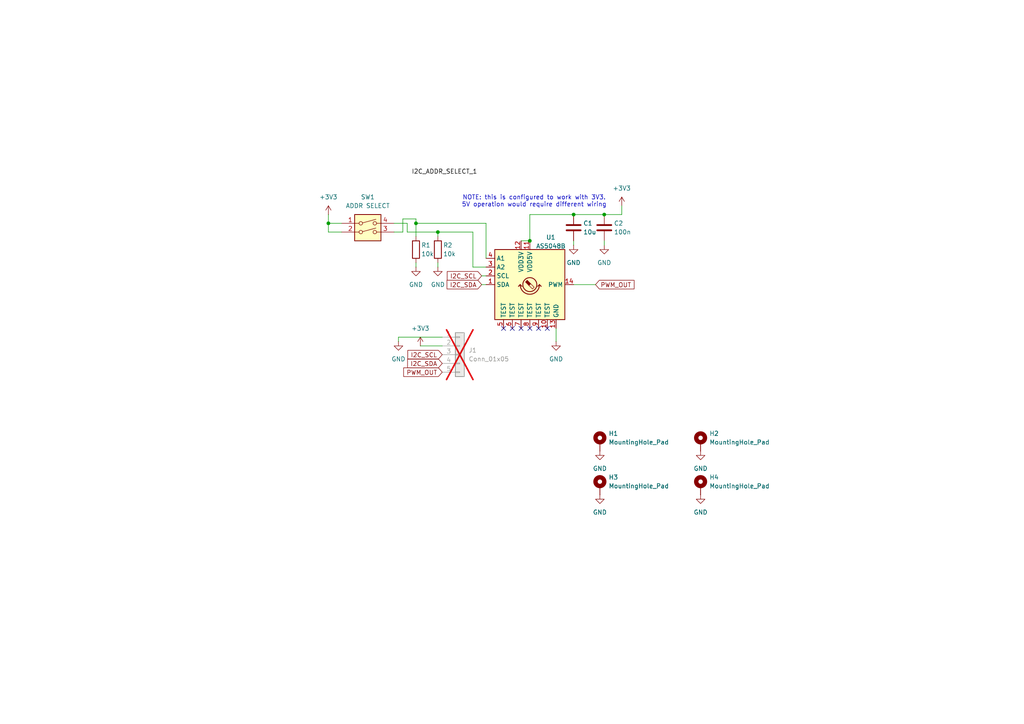
<source format=kicad_sch>
(kicad_sch (version 20250114) (generator "eeschema") (generator_version "9.0")
  (paper "A4")
  (lib_symbols
    (symbol "Connector_Generic:Conn_01x05" (pin_names (offset 1.016) (hide yes))
      (property "Reference" "J" (at 0 7.62 0))
      (property "Value" "Conn_01x05" (at 0 -7.62 0))
      (symbol "Conn_01x05_1_1"
        (rectangle (start -1.27 6.35) (end 1.27 -6.35) (stroke (width 0.254)) (fill (type background)))
        (rectangle (start -1.27 5.207) (end 0 4.953) (stroke (width 0.1524)))
        (rectangle (start -1.27 2.667) (end 0 2.413) (stroke (width 0.1524)))
        (rectangle (start -1.27 0.127) (end 0 -0.127) (stroke (width 0.1524)))
        (rectangle (start -1.27 -2.413) (end 0 -2.667) (stroke (width 0.1524)))
        (rectangle (start -1.27 -4.953) (end 0 -5.207) (stroke (width 0.1524)))
        (pin passive line (at -5.08 5.08 0) (length 3.81) (name "Pin_1") (number "1"))
        (pin passive line (at -5.08 2.54 0) (length 3.81) (name "Pin_2") (number "2"))
        (pin passive line (at -5.08 0 0) (length 3.81) (name "Pin_3") (number "3"))
        (pin passive line (at -5.08 -2.54 0) (length 3.81) (name "Pin_4") (number "4"))
        (pin passive line (at -5.08 -5.08 0) (length 3.81) (name "Pin_5") (number "5"))
      )
    )
    (symbol "Device:C" (pin_numbers (hide yes)) (pin_names (offset 0.254))
      (property "Reference" "C" (at 0.635 2.54 0))
      (property "Value" "C" (at 0.635 -2.54 0))
      (symbol "C_0_1"
        (polyline (pts (xy -2.032 0.762) (xy 2.032 0.762)) (stroke (width 0.508)))
        (polyline (pts (xy -2.032 -0.762) (xy 2.032 -0.762)) (stroke (width 0.508)))
      )
      (symbol "C_1_1"
        (pin passive line (at 0 3.81 270) (length 2.794) (name "~") (number "1"))
        (pin passive line (at 0 -3.81 90) (length 2.794) (name "~") (number "2"))
      )
    )
    (symbol "Device:R" (pin_numbers (hide yes)) (pin_names (offset 0))
      (property "Reference" "R" (at 2.032 0 90))
      (property "Value" "R" (at 0 0 90))
      (symbol "R_0_1"
        (rectangle (start -1.016 -2.54) (end 1.016 2.54) (stroke (width 0.254)))
      )
      (symbol "R_1_1"
        (pin passive line (at 0 3.81 270) (length 1.27) (name "~") (number "1"))
        (pin passive line (at 0 -3.81 90) (length 1.27) (name "~") (number "2"))
      )
    )
    (symbol "Mechanical:MountingHole_Pad" (pin_numbers (hide yes)) (pin_names (offset 1.016) (hide yes)) (in_bom no)
      (property "Reference" "H" (at 0 6.35 0))
      (property "Value" "MountingHole_Pad" (at 0 4.445 0))
      (symbol "MountingHole_Pad_0_1"
        (circle (center 0 1.27) (radius 1.27) (stroke (width 1.27)))
      )
      (symbol "MountingHole_Pad_1_1"
        (pin input line (at 0 -2.54 90) (length 2.54) (name "1") (number "1"))
      )
    )
    (symbol "Sensor_Magnetic:AS5048B"
      (property "Reference" "U" (at -10.16 11.43 0))
      (property "Value" "AS5048B" (at 10.16 11.43 0))
      (symbol "AS5048B_0_1"
        (rectangle (start -10.16 10.16) (end 10.16 -10.16) (stroke (width 0.254)) (fill (type background)))
        (polyline (pts (xy -2.794 0) (xy -3.302 -0.508)) (stroke (width 0.254)))
        (polyline (pts (xy -2.794 0) (xy -2.286 -0.508)) (stroke (width 0.254)))
        (arc (start 2.794 0) (mid 0 -2.7819) (end -2.794 0) (stroke (width 0.254)))
        (polyline (pts (xy 2.794 0) (xy 2.286 -0.508)) (stroke (width 0.254)))
        (polyline (pts (xy 2.794 0) (xy 3.302 -0.508)) (stroke (width 0.254)))
      )
      (symbol "AS5048B_1_1"
        (polyline (pts (xy -0.762 1.27) (xy 0.254 0.254) (xy -0.254 -0.254) (xy -1.27 0.762) (xy -1.016 1.016) (xy -0.762 1.27) (xy -0.635 1.143)) (fill (type outline)))
        (circle (center 0 0) (radius 2.032) (stroke (width 0.254)))
        (polyline (pts (xy 0.254 0.254) (xy 1.27 -0.762) (xy 0.762 -1.27) (xy -0.254 -0.254)))
        (pin input line (at -12.7 7.62 0) (length 2.54) (name "A1") (number "4"))
        (pin input line (at -12.7 5.08 0) (length 2.54) (name "A2") (number "3"))
        (pin input line (at -12.7 2.54 0) (length 2.54) (name "SCL") (number "2"))
        (pin bidirectional line (at -12.7 0 0) (length 2.54) (name "SDA") (number "1"))
        (pin passive line (at -7.62 -12.7 90) (length 2.54) (name "TEST") (number "5"))
        (pin passive line (at -5.08 -12.7 90) (length 2.54) (name "TEST") (number "6"))
        (pin power_in line (at -2.54 12.7 270) (length 2.54) (name "VDD3V") (number "12"))
        (pin passive line (at -2.54 -12.7 90) (length 2.54) (name "TEST") (number "7"))
        (pin power_in line (at 0 12.7 270) (length 2.54) (name "VDD5V") (number "11"))
        (pin passive line (at 0 -12.7 90) (length 2.54) (name "TEST") (number "8"))
        (pin passive line (at 2.54 -12.7 90) (length 2.54) (name "TEST") (number "9"))
        (pin passive line (at 5.08 -12.7 90) (length 2.54) (name "TEST") (number "10"))
        (pin power_in line (at 7.62 -12.7 90) (length 2.54) (name "GND") (number "13"))
        (pin output line (at 12.7 0 180) (length 2.54) (name "PWM") (number "14"))
      )
    )
    (symbol "Switch:SW_DIP_x02" (pin_names (offset 0) (hide yes))
      (property "Reference" "SW" (at 0 6.35 0))
      (property "Value" "SW_DIP_x02" (at 0 -3.81 0))
      (symbol "SW_DIP_x02_0_0"
        (circle (center -2.032 2.54) (radius 0.508))
        (circle (center -2.032 0) (radius 0.508))
        (polyline (pts (xy -1.524 2.667) (xy 2.3622 3.7084)))
        (polyline (pts (xy -1.524 0.127) (xy 2.3622 1.1684)))
        (circle (center 2.032 2.54) (radius 0.508))
        (circle (center 2.032 0) (radius 0.508))
      )
      (symbol "SW_DIP_x02_0_1"
        (rectangle (start -3.81 5.08) (end 3.81 -2.54) (stroke (width 0.254)) (fill (type background)))
      )
      (symbol "SW_DIP_x02_1_1"
        (pin passive line (at -7.62 2.54 0) (length 5.08) (name "~") (number "1"))
        (pin passive line (at -7.62 0 0) (length 5.08) (name "~") (number "2"))
        (pin passive line (at 7.62 2.54 180) (length 5.08) (name "~") (number "4"))
        (pin passive line (at 7.62 0 180) (length 5.08) (name "~") (number "3"))
      )
    )
    (symbol "power:+3V3" (power) (pin_numbers (hide yes)) (pin_names (offset 0) (hide yes))
      (property "Value" "+3V3" (at 0 3.556 0))
      (symbol "+3V3_0_1"
        (polyline (pts (xy -0.762 1.27) (xy 0 2.54)))
        (polyline (pts (xy 0 2.54) (xy 0.762 1.27)))
        (polyline (pts (xy 0 0) (xy 0 2.54)))
      )
      (symbol "+3V3_1_1"
        (pin power_in line (at 0 0 90) (length 0) (name "~") (number "1"))
      )
    )
    (symbol "power:GND" (power) (pin_numbers (hide yes)) (pin_names (offset 0) (hide yes))
      (property "Value" "GND" (at 0 -3.81 0))
      (symbol "GND_0_1"
        (polyline (pts (xy 0 0) (xy 0 -1.27) (xy 1.27 -1.27) (xy 0 -2.54) (xy -1.27 -1.27) (xy 0 -1.27)))
      )
      (symbol "GND_1_1"
        (pin power_in line (at 0 0 270) (length 0) (name "~") (number "1"))
      )
    )
  )
  (text "NOTE: this is configured to work with 3V3.\n5V operation would require different wiring\n" (at 154.94 58.42 0) (effects (font (size 1.27 1.27))))
  (junction (at 127 67.31))
  (junction (at 175.26 62.23))
  (junction (at 153.67 69.85))
  (junction (at 95.25 64.77))
  (junction (at 120.65 64.77))
  (junction (at 166.37 62.23))
  (no_connect (at 151.13 95.25))
  (no_connect (at 153.67 95.25))
  (no_connect (at 156.21 95.25))
  (no_connect (at 158.75 95.25))
  (no_connect (at 146.05 95.25))
  (no_connect (at 148.59 95.25))
  (wire (pts (xy 95.25 64.77) (xy 99.06 64.77)))
  (wire (pts (xy 120.65 64.77) (xy 120.65 68.58)))
  (wire (pts (xy 127 67.31) (xy 137.16 67.31)))
  (wire (pts (xy 140.97 74.93) (xy 140.97 64.77)))
  (wire (pts (xy 139.7 80.01) (xy 140.97 80.01)))
  (wire (pts (xy 166.37 69.85) (xy 166.37 71.12)))
  (wire (pts (xy 114.3 67.31) (xy 116.84 67.31)))
  (wire (pts (xy 120.65 76.2) (xy 120.65 77.47)))
  (wire (pts (xy 139.7 82.55) (xy 140.97 82.55)))
  (wire (pts (xy 166.37 62.23) (xy 153.67 62.23)))
  (wire (pts (xy 166.37 62.23) (xy 175.26 62.23)))
  (wire (pts (xy 153.67 62.23) (xy 153.67 69.85)))
  (wire (pts (xy 115.57 97.79) (xy 128.27 97.79)))
  (wire (pts (xy 118.11 67.31) (xy 118.11 64.77)))
  (wire (pts (xy 127 76.2) (xy 127 77.47)))
  (wire (pts (xy 166.37 82.55) (xy 172.72 82.55)))
  (wire (pts (xy 137.16 77.47) (xy 140.97 77.47)))
  (wire (pts (xy 180.34 59.69) (xy 180.34 62.23)))
  (wire (pts (xy 161.29 95.25) (xy 161.29 99.06)))
  (wire (pts (xy 120.65 63.5) (xy 120.65 64.77)))
  (wire (pts (xy 116.84 67.31) (xy 116.84 63.5)))
  (wire (pts (xy 151.13 69.85) (xy 153.67 69.85)))
  (wire (pts (xy 118.11 64.77) (xy 114.3 64.77)))
  (wire (pts (xy 127 67.31) (xy 127 68.58)))
  (wire (pts (xy 127 67.31) (xy 118.11 67.31)))
  (wire (pts (xy 95.25 62.23) (xy 95.25 64.77)))
  (wire (pts (xy 99.06 67.31) (xy 95.25 67.31)))
  (wire (pts (xy 116.84 63.5) (xy 120.65 63.5)))
  (wire (pts (xy 95.25 67.31) (xy 95.25 64.77)))
  (wire (pts (xy 121.92 100.33) (xy 128.27 100.33)))
  (wire (pts (xy 137.16 67.31) (xy 137.16 77.47)))
  (wire (pts (xy 120.65 64.77) (xy 140.97 64.77)))
  (wire (pts (xy 115.57 99.06) (xy 115.57 97.79)))
  (wire (pts (xy 175.26 69.85) (xy 175.26 71.12)))
  (wire (pts (xy 180.34 62.23) (xy 175.26 62.23)))
  (label "I2C_ADDR_SELECT_1" (at 119.38 50.8 0))
  (global_label "I2C_SCL" (shape input) (at 139.7 80.01 180) (property "Intersheetrefs" "${INTERSHEET_REFS}" (effects (hide yes))))
  (global_label "PWM_OUT" (shape input) (at 172.72 82.55 0) (property "Intersheetrefs" "${INTERSHEET_REFS}" (effects (hide yes))))
  (global_label "PWM_OUT" (shape input) (at 128.27 107.95 180) (property "Intersheetrefs" "${INTERSHEET_REFS}" (effects (hide yes))))
  (global_label "I2C_SCL" (shape input) (at 128.27 102.87 180) (property "Intersheetrefs" "${INTERSHEET_REFS}" (effects (hide yes))))
  (global_label "I2C_SDA" (shape input) (at 128.27 105.41 180) (property "Intersheetrefs" "${INTERSHEET_REFS}" (effects (hide yes))))
  (global_label "I2C_SDA" (shape input) (at 139.7 82.55 180) (property "Intersheetrefs" "${INTERSHEET_REFS}" (effects (hide yes))))
  (symbol (lib_id "power:GND") (at 173.99 143.51 0) (unit 1)
    (property "Reference" "#PWR013" (effects (hide yes)))
    (property "Value" "GND" (at 173.99 148.59 0))
    (property "Description" "Power symbol creates a global label with name \"GND\" , ground" (effects (hide yes)))
  )
  (symbol (lib_id "Switch:SW_DIP_x02") (at 106.68 67.31 0) (unit 1)
    (property "Reference" "SW1" (at 106.68 57.15 0))
    (property "Value" "ADDR SELECT" (at 106.68 59.69 0))
    (property "Footprint" "Own:EP-02KS DIP 1.27mm" (effects (hide yes)))
    (property "Description" "2x DIP Switch, Single Pole Single Throw (SPST) switch, small symbol" (effects (hide yes)))
    (property "LCSC Part" "C54949" (effects (hide yes)))
  )
  (symbol (lib_id "power:GND") (at 115.57 99.06 0) (unit 1)
    (property "Reference" "#PWR08" (effects (hide yes)))
    (property "Value" "GND" (at 115.57 104.14 0))
    (property "Description" "Power symbol creates a global label with name \"GND\" , ground" (effects (hide yes)))
  )
  (symbol (lib_id "power:GND") (at 127 77.47 0) (unit 1)
    (property "Reference" "#PWR07" (effects (hide yes)))
    (property "Value" "GND" (at 127 82.55 0))
    (property "Description" "Power symbol creates a global label with name \"GND\" , ground" (effects (hide yes)))
  )
  (symbol (lib_id "Device:R") (at 120.65 72.39 0) (unit 1)
    (property "Reference" "R1" (at 122.174 71.12 0) (effects (justify left)))
    (property "Value" "10k" (at 122.174 73.66 0) (effects (justify left)))
    (property "Footprint" "Resistor_SMD:R_0603_1608Metric" (effects (hide yes)))
    (property "Description" "Resistor" (effects (hide yes)))
    (property "LCSC Part" "C25804" (effects (hide yes)))
  )
  (symbol (lib_id "power:GND") (at 173.99 130.81 0) (unit 1)
    (property "Reference" "#PWR010" (effects (hide yes)))
    (property "Value" "GND" (at 173.99 135.89 0))
    (property "Description" "Power symbol creates a global label with name \"GND\" , ground" (effects (hide yes)))
  )
  (symbol (lib_id "Device:C") (at 175.26 66.04 180) (unit 1)
    (property "Reference" "C2" (at 178.054 64.77 0) (effects (justify right)))
    (property "Value" "100n" (at 178.054 67.31 0) (effects (justify right)))
    (property "Footprint" "Capacitor_SMD:C_0805_2012Metric" (effects (hide yes)))
    (property "Datasheet" "https://jlcpcb.com/api/file/downloadByFileSystemAccessId/8586178643478892544" (effects (hide yes)))
    (property "Description" "Unpolarized capacitor" (effects (hide yes)))
    (property "LCSC Part" "C28233" (effects (hide yes)))
  )
  (symbol (lib_id "power:GND") (at 120.65 77.47 0) (unit 1)
    (property "Reference" "#PWR06" (effects (hide yes)))
    (property "Value" "GND" (at 120.65 82.55 0))
    (property "Description" "Power symbol creates a global label with name \"GND\" , ground" (effects (hide yes)))
  )
  (symbol (lib_id "power:GND") (at 161.29 99.06 0) (unit 1)
    (property "Reference" "#PWR02" (effects (hide yes)))
    (property "Value" "GND" (at 161.29 104.14 0))
    (property "Description" "Power symbol creates a global label with name \"GND\" , ground" (effects (hide yes)))
  )
  (symbol (lib_id "power:+3V3") (at 180.34 59.69 0) (unit 1)
    (property "Reference" "#PWR01" (effects (hide yes)))
    (property "Value" "+3V3" (at 180.34 54.61 0))
    (property "Description" "Power symbol creates a global label with name \"+3V3\"" (effects (hide yes)))
  )
  (symbol (lib_id "power:GND") (at 175.26 71.12 0) (unit 1)
    (property "Reference" "#PWR03" (effects (hide yes)))
    (property "Value" "GND" (at 175.26 76.2 0))
    (property "Description" "Power symbol creates a global label with name \"GND\" , ground" (effects (hide yes)))
  )
  (symbol (lib_id "Connector_Generic:Conn_01x05") (at 133.35 102.87 0) (unit 1) (dnp yes)
    (property "Reference" "J1" (at 135.89 101.5999 0) (effects (justify left)))
    (property "Value" "Conn_01x05" (at 135.89 104.1399 0) (effects (justify left)))
    (property "Footprint" "Connector_PinHeader_2.54mm:PinHeader_1x05_P2.54mm_Vertical" (effects (hide yes)))
    (property "Description" "Generic connector, single row, 01x05, script generated (kicad-library-utils/schlib/autogen/connector/)" (effects (hide yes)))
  )
  (symbol (lib_id "Mechanical:MountingHole_Pad") (at 203.2 140.97 0) (unit 1) (in_bom no)
    (property "Reference" "H4" (at 205.74 138.4299 0) (effects (justify left)))
    (property "Value" "MountingHole_Pad" (at 205.74 140.9699 0) (effects (justify left)))
    (property "Footprint" "MountingHole:MountingHole_2.2mm_M2_DIN965_Pad" (effects (hide yes)))
    (property "Description" "Mounting Hole with connection" (effects (hide yes)))
  )
  (symbol (lib_id "Sensor_Magnetic:AS5048B") (at 153.67 82.55 0) (unit 1)
    (property "Reference" "U1" (at 159.766 68.834 0))
    (property "Value" "AS5048B" (at 159.766 71.374 0))
    (property "Footprint" "Package_SO:TSSOP-14_4.4x5mm_P0.65mm" (effects (hide yes)))
    (property "Datasheet" "https://ams.com/documents/20143/36005/AS5048_DS000298_4-00.pdf" (effects (hide yes)))
    (property "Description" "Magnetic position sensor, 14-bit, PWM output, I2C Interface, TSSOP-14" (effects (hide yes)))
    (property "LCSC Part" "C2655184" (effects (hide yes)))
  )
  (symbol (lib_id "Mechanical:MountingHole_Pad") (at 203.2 128.27 0) (unit 1) (in_bom no)
    (property "Reference" "H2" (at 205.74 125.7299 0) (effects (justify left)))
    (property "Value" "MountingHole_Pad" (at 205.74 128.2699 0) (effects (justify left)))
    (property "Footprint" "MountingHole:MountingHole_2.2mm_M2_DIN965_Pad" (effects (hide yes)))
    (property "Description" "Mounting Hole with connection" (effects (hide yes)))
  )
  (symbol (lib_id "power:GND") (at 166.37 71.12 0) (unit 1)
    (property "Reference" "#PWR04" (effects (hide yes)))
    (property "Value" "GND" (at 166.37 76.2 0))
    (property "Description" "Power symbol creates a global label with name \"GND\" , ground" (effects (hide yes)))
  )
  (symbol (lib_id "Device:C") (at 166.37 66.04 180) (unit 1)
    (property "Reference" "C1" (at 169.164 64.77 0) (effects (justify right)))
    (property "Value" "10u" (at 169.164 67.31 0) (effects (justify right)))
    (property "Footprint" "Capacitor_SMD:C_0805_2012Metric" (effects (hide yes)))
    (property "Datasheet" "https://jlcpcb.com/api/file/downloadByFileSystemAccessId/8579706853615591424" (effects (hide yes)))
    (property "Description" "Unpolarized capacitor" (effects (hide yes)))
    (property "LCSC Part" "C15850" (effects (hide yes)))
  )
  (symbol (lib_id "Mechanical:MountingHole_Pad") (at 173.99 140.97 0) (unit 1) (in_bom no)
    (property "Reference" "H3" (at 176.53 138.4299 0) (effects (justify left)))
    (property "Value" "MountingHole_Pad" (at 176.53 140.9699 0) (effects (justify left)))
    (property "Footprint" "MountingHole:MountingHole_2.2mm_M2_DIN965_Pad" (effects (hide yes)))
    (property "Description" "Mounting Hole with connection" (effects (hide yes)))
  )
  (symbol (lib_id "power:GND") (at 203.2 130.81 0) (unit 1)
    (property "Reference" "#PWR011" (effects (hide yes)))
    (property "Value" "GND" (at 203.2 135.89 0))
    (property "Description" "Power symbol creates a global label with name \"GND\" , ground" (effects (hide yes)))
  )
  (symbol (lib_id "power:GND") (at 203.2 143.51 0) (unit 1)
    (property "Reference" "#PWR012" (effects (hide yes)))
    (property "Value" "GND" (at 203.2 148.59 0))
    (property "Description" "Power symbol creates a global label with name \"GND\" , ground" (effects (hide yes)))
  )
  (symbol (lib_id "Device:R") (at 127 72.39 0) (unit 1)
    (property "Reference" "R2" (at 128.524 71.12 0) (effects (justify left)))
    (property "Value" "10k" (at 128.524 73.66 0) (effects (justify left)))
    (property "Footprint" "Resistor_SMD:R_0603_1608Metric" (effects (hide yes)))
    (property "Description" "Resistor" (effects (hide yes)))
    (property "LCSC Part" "C25804" (effects (hide yes)))
  )
  (symbol (lib_id "power:+3V3") (at 121.92 100.33 0) (unit 1)
    (property "Reference" "#PWR09" (effects (hide yes)))
    (property "Value" "+3V3" (at 121.92 95.25 0))
    (property "Description" "Power symbol creates a global label with name \"+3V3\"" (effects (hide yes)))
  )
  (symbol (lib_id "power:+3V3") (at 95.25 62.23 0) (unit 1)
    (property "Reference" "#PWR05" (effects (hide yes)))
    (property "Value" "+3V3" (at 95.25 57.15 0))
    (property "Description" "Power symbol creates a global label with name \"+3V3\"" (effects (hide yes)))
  )
  (symbol (lib_id "Mechanical:MountingHole_Pad") (at 173.99 128.27 0) (unit 1) (in_bom no)
    (property "Reference" "H1" (at 176.53 125.7299 0) (effects (justify left)))
    (property "Value" "MountingHole_Pad" (at 176.53 128.2699 0) (effects (justify left)))
    (property "Footprint" "MountingHole:MountingHole_2.2mm_M2_DIN965_Pad" (effects (hide yes)))
    (property "Description" "Mounting Hole with connection" (effects (hide yes)))
  )
)
</source>
